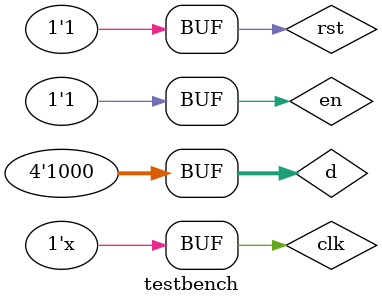
<source format=v>
module testbench;
    reg[3:0] d;
    reg en;
    reg clk;
    reg rst;
    wire[3:0] q;

    shift_register dut(.q(q), .d(d), .en(en), .clk(clk), .rst(rst));

    initial begin // assign these values at time unit 0
        clk <= 0;
        d <= 4'b1000;
    end

    always #1 clk = ~clk;

    initial begin
        rst=0; en=0; #4;
        rst=1; en=0; #4;
        rst=1; en=1; #12;
    end
endmodule
</source>
